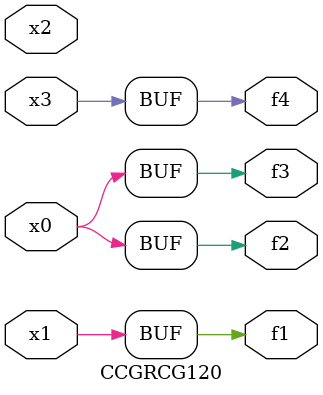
<source format=v>
module CCGRCG120(
	input x0, x1, x2, x3,
	output f1, f2, f3, f4
);
	assign f1 = x1;
	assign f2 = x0;
	assign f3 = x0;
	assign f4 = x3;
endmodule

</source>
